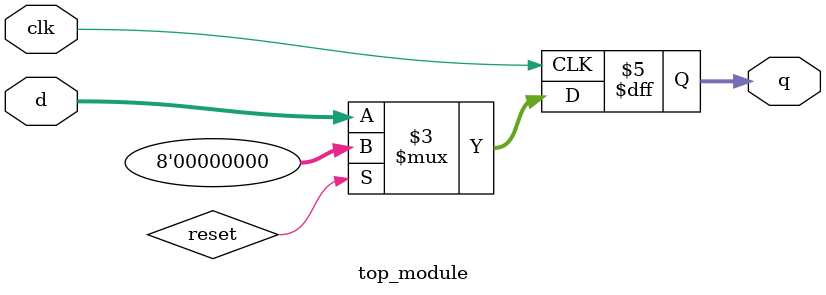
<source format=sv>
module top_module(
    input clk,
    input [7:0] d,
    output reg [7:0] q);

    always @(posedge clk) begin
    	if (reset)
        	q <= 0;
        else
        	q <= d;
    end

endmodule

</source>
